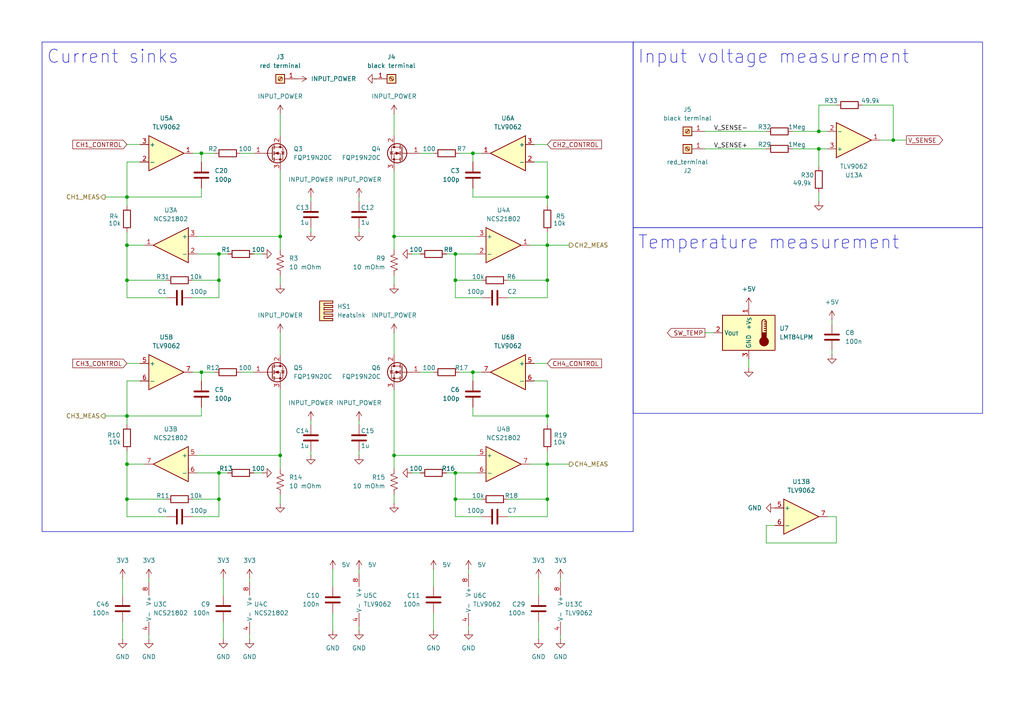
<source format=kicad_sch>
(kicad_sch (version 20250114) (generator "eeschema") (generator_version "9.0")
  (paper "A4")
  (lib_symbols
    (symbol "Amplifier_Operational:TLV9062" (pin_names (offset 0.127))
      (property "Reference" "U" (at 0 5.08 0))
      (property "Value" "TLV9062" (at 0 -5.08 0))
      (symbol "TLV9062_1_1"
        (pin input line (at -7.62 2.54 0) (length 2.54) (name "+") (number "3"))
        (pin input line (at -7.62 -2.54 0) (length 2.54) (name "-") (number "2"))
        (pin output line (at 7.62 0 180) (length 2.54) (name "~") (number "1"))
      )
      (symbol "TLV9062_2_1"
        (pin input line (at -7.62 2.54 0) (length 2.54) (name "+") (number "5"))
        (pin input line (at -7.62 -2.54 0) (length 2.54) (name "-") (number "6"))
        (pin output line (at 7.62 0 180) (length 2.54) (name "~") (number "7"))
      )
      (symbol "TLV9062_3_1"
        (pin power_in line (at -2.54 7.62 270) (length 3.81) (name "V+") (number "8"))
        (pin power_in line (at -2.54 -7.62 90) (length 3.81) (name "V-") (number "4"))
      )
    )
    (symbol "Connector:Screw_Terminal_01x01" (pin_names (offset 1.016) (hide yes))
      (property "Reference" "J" (at 0 2.54 0))
      (property "Value" "Screw_Terminal_01x01" (at 0 -2.54 0))
      (symbol "Screw_Terminal_01x01_1_1"
        (pin passive line (at -5.08 0 0) (length 3.81) (name "Pin_1") (number "1"))
      )
    )
    (symbol "Device:C" (pin_numbers (hide yes)) (pin_names (offset 0.254))
      (property "Reference" "C" (at 0.635 2.54 0))
      (property "Value" "C" (at 0.635 -2.54 0))
      (symbol "C_1_1"
        (pin passive line (at 0 3.81 270) (length 2.794) (name "~") (number "1"))
        (pin passive line (at 0 -3.81 90) (length 2.794) (name "~") (number "2"))
      )
    )
    (symbol "Device:R" (pin_numbers (hide yes)) (pin_names (offset 0))
      (property "Reference" "R" (at 2.032 0 90))
      (property "Value" "R" (at 0 0 90))
      (symbol "R_1_1"
        (pin passive line (at 0 3.81 270) (length 1.27) (name "~") (number "1"))
        (pin passive line (at 0 -3.81 90) (length 1.27) (name "~") (number "2"))
      )
    )
    (symbol "Device:R_US" (pin_numbers (hide yes)) (pin_names (offset 0))
      (property "Reference" "R" (at 2.54 0 90))
      (property "Value" "R_US" (at -2.54 0 90))
      (symbol "R_US_1_1"
        (pin passive line (at 0 3.81 270) (length 1.27) (name "~") (number "1"))
        (pin passive line (at 0 -3.81 90) (length 1.27) (name "~") (number "2"))
      )
    )
    (symbol "Mechanical:Heatsink" (pin_names (offset 1.016))
      (property "Reference" "HS" (at 0 5.08 0))
      (property "Value" "Heatsink" (at 0 -1.27 0))
    )
    (symbol "Sensor_Temperature:LM35-LP"
      (property "Reference" "U" (at -6.35 6.35 0))
      (property "Value" "LM35-LP" (at 1.27 6.35 0))
      (symbol "LM35-LP_1_1"
        (pin power_in line (at 0 7.62 270) (length 2.54) (name "+V_{S}") (number "1"))
        (pin power_in line (at 0 -7.62 90) (length 2.54) (name "GND") (number "3"))
        (pin output line (at 10.16 0 180) (length 2.54) (name "V_{OUT}") (number "2"))
      )
    )
    (symbol "Transistor_FET:IRF3205" (pin_names (hide yes))
      (property "Reference" "Q" (at 5.08 1.905 0))
      (property "Value" "IRF3205" (at 5.08 0 0))
      (symbol "IRF3205_1_1"
        (pin input line (at -5.08 0 0) (length 2.54) (name "G") (number "1"))
        (pin passive line (at 2.54 5.08 270) (length 2.54) (name "D") (number "2"))
        (pin passive line (at 2.54 -5.08 90) (length 2.54) (name "S") (number "3"))
      )
    )
    (symbol "power:+5V" (power) (pin_numbers (hide yes)) (pin_names (offset 0) (hide yes))
      (property "Value" "+5V" (at 0 3.556 0))
      (symbol "+5V_1_1"
        (pin power_in line (at 0 0 90) (length 0) (name "~") (number "1"))
      )
    )
    (symbol "power:GND" (power) (pin_numbers (hide yes)) (pin_names (offset 0) (hide yes))
      (property "Value" "GND" (at 0 -3.81 0))
      (symbol "GND_1_1"
        (pin power_in line (at 0 0 270) (length 0) (name "~") (number "1"))
      )
    )
    (symbol "power:VCC" (power) (pin_numbers (hide yes)) (pin_names (offset 0) (hide yes))
      (property "Value" "VCC" (at 0 3.556 0))
      (symbol "VCC_1_1"
        (pin power_in line (at 0 0 90) (length 0) (name "~") (number "1"))
      )
    )
  )
  (rectangle (start 183.642 12.192) (end 284.988 66.04))
  (rectangle (start 12.192 12.192) (end 183.642 154.178))
  (rectangle (start 183.642 66.04) (end 284.988 119.888))
  (text "Input voltage measurement" (at 184.912 18.796 0) (effects (font (size 3.81 3.81)) (justify left bottom)))
  (text "Current sinks" (at 13.462 18.796 0) (effects (font (size 3.81 3.81)) (justify left bottom)))
  (text "Temperature measurement" (at 184.912 72.644 0) (effects (font (size 3.81 3.81)) (justify left bottom)))
  (junction (at 63.5 81.28))
  (junction (at 36.83 71.12))
  (junction (at 63.5 144.78))
  (junction (at 36.83 120.65))
  (junction (at 137.16 107.95))
  (junction (at 114.3 68.58))
  (junction (at 158.75 144.78))
  (junction (at 63.5 73.66))
  (junction (at 158.75 81.28))
  (junction (at 158.75 71.12))
  (junction (at 36.83 144.78))
  (junction (at 114.3 132.08))
  (junction (at 137.16 44.45))
  (junction (at 81.28 68.58))
  (junction (at 158.75 120.65))
  (junction (at 237.49 43.18))
  (junction (at 259.08 40.64))
  (junction (at 132.08 144.78))
  (junction (at 36.83 57.15))
  (junction (at 158.75 134.62))
  (junction (at 58.42 107.95))
  (junction (at 237.49 38.1))
  (junction (at 132.08 81.28))
  (junction (at 132.08 137.16))
  (junction (at 36.83 134.62))
  (junction (at 63.5 137.16))
  (junction (at 81.28 132.08))
  (junction (at 36.83 81.28))
  (junction (at 158.75 57.15))
  (junction (at 132.08 73.66))
  (junction (at 58.42 44.45))
  (wire (pts (xy 259.08 30.48) (xy 259.08 40.64)))
  (wire (pts (xy 35.56 180.34) (xy 35.56 185.42)))
  (wire (pts (xy 139.7 44.45) (xy 137.16 44.45)))
  (wire (pts (xy 36.83 57.15) (xy 30.48 57.15)))
  (wire (pts (xy 114.3 146.05) (xy 114.3 143.51)))
  (wire (pts (xy 69.85 44.45) (xy 73.66 44.45)))
  (wire (pts (xy 36.83 130.81) (xy 36.83 134.62)))
  (wire (pts (xy 48.26 149.86) (xy 36.83 149.86)))
  (wire (pts (xy 36.83 110.49) (xy 36.83 120.65)))
  (wire (pts (xy 242.57 149.86) (xy 240.03 149.86)))
  (wire (pts (xy 147.32 81.28) (xy 158.75 81.28)))
  (wire (pts (xy 96.52 177.8) (xy 96.52 182.88)))
  (wire (pts (xy 229.87 43.18) (xy 237.49 43.18)))
  (wire (pts (xy 58.42 44.45) (xy 62.23 44.45)))
  (wire (pts (xy 81.28 33.02) (xy 81.28 39.37)))
  (wire (pts (xy 132.08 81.28) (xy 132.08 73.66)))
  (wire (pts (xy 57.15 68.58) (xy 81.28 68.58)))
  (wire (pts (xy 147.32 86.36) (xy 158.75 86.36)))
  (wire (pts (xy 114.3 96.52) (xy 114.3 102.87)))
  (wire (pts (xy 139.7 86.36) (xy 132.08 86.36)))
  (wire (pts (xy 43.18 167.64) (xy 43.18 168.91)))
  (wire (pts (xy 119.38 137.16) (xy 121.92 137.16)))
  (wire (pts (xy 229.87 38.1) (xy 237.49 38.1)))
  (wire (pts (xy 138.43 132.08) (xy 114.3 132.08)))
  (wire (pts (xy 156.21 180.34) (xy 156.21 185.42)))
  (wire (pts (xy 204.47 43.18) (xy 222.25 43.18)))
  (wire (pts (xy 132.08 149.86) (xy 132.08 144.78)))
  (wire (pts (xy 90.17 121.92) (xy 90.17 123.19)))
  (wire (pts (xy 72.39 184.15) (xy 72.39 185.42)))
  (wire (pts (xy 158.75 86.36) (xy 158.75 81.28)))
  (wire (pts (xy 114.3 72.39) (xy 114.3 68.58)))
  (wire (pts (xy 158.75 41.91) (xy 154.94 41.91)))
  (wire (pts (xy 36.83 110.49) (xy 40.64 110.49)))
  (wire (pts (xy 259.08 40.64) (xy 255.27 40.64)))
  (wire (pts (xy 55.88 144.78) (xy 63.5 144.78)))
  (wire (pts (xy 241.3 101.6) (xy 241.3 102.87)))
  (wire (pts (xy 76.2 73.66) (xy 73.66 73.66)))
  (wire (pts (xy 58.42 54.61) (xy 58.42 57.15)))
  (wire (pts (xy 104.14 57.15) (xy 104.14 58.42)))
  (wire (pts (xy 237.49 48.26) (xy 237.49 43.18)))
  (wire (pts (xy 162.56 167.64) (xy 162.56 168.91)))
  (wire (pts (xy 63.5 137.16) (xy 66.04 137.16)))
  (wire (pts (xy 119.38 73.66) (xy 121.92 73.66)))
  (wire (pts (xy 158.75 134.62) (xy 153.67 134.62)))
  (wire (pts (xy 237.49 58.42) (xy 237.49 55.88)))
  (wire (pts (xy 137.16 107.95) (xy 137.16 110.49)))
  (wire (pts (xy 81.28 135.89) (xy 81.28 132.08)))
  (wire (pts (xy 139.7 107.95) (xy 137.16 107.95)))
  (wire (pts (xy 90.17 66.04) (xy 90.17 67.31)))
  (wire (pts (xy 57.15 137.16) (xy 63.5 137.16)))
  (wire (pts (xy 204.47 96.52) (xy 207.01 96.52)))
  (wire (pts (xy 132.08 86.36) (xy 132.08 81.28)))
  (wire (pts (xy 135.89 181.61) (xy 135.89 182.88)))
  (wire (pts (xy 36.83 120.65) (xy 30.48 120.65)))
  (wire (pts (xy 158.75 46.99) (xy 154.94 46.99)))
  (wire (pts (xy 158.75 144.78) (xy 158.75 134.62)))
  (wire (pts (xy 125.73 44.45) (xy 121.92 44.45)))
  (wire (pts (xy 35.56 167.64) (xy 35.56 172.72)))
  (wire (pts (xy 137.16 54.61) (xy 137.16 57.15)))
  (wire (pts (xy 132.08 73.66) (xy 129.54 73.66)))
  (wire (pts (xy 237.49 38.1) (xy 240.03 38.1)))
  (wire (pts (xy 81.28 113.03) (xy 81.28 132.08)))
  (wire (pts (xy 76.2 137.16) (xy 73.66 137.16)))
  (wire (pts (xy 81.28 146.05) (xy 81.28 143.51)))
  (wire (pts (xy 104.14 165.1) (xy 104.14 166.37)))
  (wire (pts (xy 137.16 44.45) (xy 133.35 44.45)))
  (wire (pts (xy 158.75 130.81) (xy 158.75 134.62)))
  (wire (pts (xy 139.7 149.86) (xy 132.08 149.86)))
  (wire (pts (xy 36.83 71.12) (xy 41.91 71.12)))
  (wire (pts (xy 104.14 181.61) (xy 104.14 182.88)))
  (wire (pts (xy 58.42 120.65) (xy 36.83 120.65)))
  (wire (pts (xy 114.3 113.03) (xy 114.3 132.08)))
  (wire (pts (xy 125.73 107.95) (xy 121.92 107.95)))
  (wire (pts (xy 36.83 105.41) (xy 40.64 105.41)))
  (wire (pts (xy 137.16 107.95) (xy 133.35 107.95)))
  (wire (pts (xy 158.75 110.49) (xy 154.94 110.49)))
  (wire (pts (xy 114.3 49.53) (xy 114.3 68.58)))
  (wire (pts (xy 63.5 73.66) (xy 66.04 73.66)))
  (wire (pts (xy 43.18 184.15) (xy 43.18 185.42)))
  (wire (pts (xy 222.25 152.4) (xy 224.79 152.4)))
  (wire (pts (xy 125.73 177.8) (xy 125.73 182.88)))
  (wire (pts (xy 58.42 57.15) (xy 36.83 57.15)))
  (wire (pts (xy 109.22 22.86) (xy 108.458 22.86)))
  (wire (pts (xy 158.75 134.62) (xy 165.1 134.62)))
  (wire (pts (xy 242.57 30.48) (xy 237.49 30.48)))
  (wire (pts (xy 237.49 43.18) (xy 240.03 43.18)))
  (wire (pts (xy 162.56 184.15) (xy 162.56 185.42)))
  (wire (pts (xy 36.83 57.15) (xy 36.83 59.69)))
  (wire (pts (xy 139.7 144.78) (xy 132.08 144.78)))
  (wire (pts (xy 81.28 49.53) (xy 81.28 68.58)))
  (wire (pts (xy 63.5 149.86) (xy 63.5 144.78)))
  (wire (pts (xy 125.73 165.1) (xy 125.73 170.18)))
  (wire (pts (xy 36.83 144.78) (xy 36.83 134.62)))
  (wire (pts (xy 138.43 137.16) (xy 132.08 137.16)))
  (wire (pts (xy 222.25 152.4) (xy 222.25 157.48)))
  (wire (pts (xy 48.26 86.36) (xy 36.83 86.36)))
  (wire (pts (xy 57.15 73.66) (xy 63.5 73.66)))
  (wire (pts (xy 204.47 38.1) (xy 222.25 38.1)))
  (wire (pts (xy 137.16 118.11) (xy 137.16 120.65)))
  (wire (pts (xy 58.42 107.95) (xy 58.42 110.49)))
  (wire (pts (xy 237.49 30.48) (xy 237.49 38.1)))
  (wire (pts (xy 72.39 167.64) (xy 72.39 168.91)))
  (wire (pts (xy 104.14 130.81) (xy 104.14 132.08)))
  (wire (pts (xy 36.83 134.62) (xy 41.91 134.62)))
  (wire (pts (xy 63.5 81.28) (xy 63.5 73.66)))
  (wire (pts (xy 114.3 135.89) (xy 114.3 132.08)))
  (wire (pts (xy 222.25 157.48) (xy 242.57 157.48)))
  (wire (pts (xy 36.83 86.36) (xy 36.83 81.28)))
  (wire (pts (xy 64.77 180.34) (xy 64.77 185.42)))
  (wire (pts (xy 147.32 149.86) (xy 158.75 149.86)))
  (wire (pts (xy 58.42 107.95) (xy 62.23 107.95)))
  (wire (pts (xy 96.52 165.1) (xy 96.52 170.18)))
  (wire (pts (xy 36.83 81.28) (xy 36.83 71.12)))
  (wire (pts (xy 132.08 144.78) (xy 132.08 137.16)))
  (wire (pts (xy 55.88 149.86) (xy 63.5 149.86)))
  (wire (pts (xy 158.75 57.15) (xy 158.75 59.69)))
  (wire (pts (xy 242.57 157.48) (xy 242.57 149.86)))
  (wire (pts (xy 114.3 82.55) (xy 114.3 80.01)))
  (wire (pts (xy 55.88 107.95) (xy 58.42 107.95)))
  (wire (pts (xy 36.83 46.99) (xy 40.64 46.99)))
  (wire (pts (xy 90.17 130.81) (xy 90.17 132.08)))
  (wire (pts (xy 138.43 73.66) (xy 132.08 73.66)))
  (wire (pts (xy 48.26 144.78) (xy 36.83 144.78)))
  (wire (pts (xy 81.28 72.39) (xy 81.28 68.58)))
  (wire (pts (xy 36.83 120.65) (xy 36.83 123.19)))
  (wire (pts (xy 158.75 81.28) (xy 158.75 71.12)))
  (wire (pts (xy 138.43 68.58) (xy 114.3 68.58)))
  (wire (pts (xy 55.88 81.28) (xy 63.5 81.28)))
  (wire (pts (xy 147.32 144.78) (xy 158.75 144.78)))
  (wire (pts (xy 158.75 149.86) (xy 158.75 144.78)))
  (wire (pts (xy 156.21 167.64) (xy 156.21 172.72)))
  (wire (pts (xy 158.75 120.65) (xy 158.75 123.19)))
  (wire (pts (xy 158.75 110.49) (xy 158.75 120.65)))
  (wire (pts (xy 137.16 44.45) (xy 137.16 46.99)))
  (wire (pts (xy 217.17 106.68) (xy 217.17 104.14)))
  (wire (pts (xy 36.83 149.86) (xy 36.83 144.78)))
  (wire (pts (xy 58.42 44.45) (xy 58.42 46.99)))
  (wire (pts (xy 36.83 41.91) (xy 40.64 41.91)))
  (wire (pts (xy 36.83 46.99) (xy 36.83 57.15)))
  (wire (pts (xy 250.19 30.48) (xy 259.08 30.48)))
  (wire (pts (xy 137.16 57.15) (xy 158.75 57.15)))
  (wire (pts (xy 135.89 165.1) (xy 135.89 166.37)))
  (wire (pts (xy 158.75 46.99) (xy 158.75 57.15)))
  (wire (pts (xy 63.5 86.36) (xy 63.5 81.28)))
  (wire (pts (xy 241.3 92.71) (xy 241.3 93.98)))
  (wire (pts (xy 81.28 82.55) (xy 81.28 80.01)))
  (wire (pts (xy 104.14 121.92) (xy 104.14 123.19)))
  (wire (pts (xy 114.3 33.02) (xy 114.3 39.37)))
  (wire (pts (xy 58.42 118.11) (xy 58.42 120.65)))
  (wire (pts (xy 55.88 86.36) (xy 63.5 86.36)))
  (wire (pts (xy 36.83 67.31) (xy 36.83 71.12)))
  (wire (pts (xy 104.14 66.04) (xy 104.14 67.31)))
  (wire (pts (xy 55.88 44.45) (xy 58.42 44.45)))
  (wire (pts (xy 69.85 107.95) (xy 73.66 107.95)))
  (wire (pts (xy 158.75 71.12) (xy 165.1 71.12)))
  (wire (pts (xy 137.16 120.65) (xy 158.75 120.65)))
  (wire (pts (xy 57.15 132.08) (xy 81.28 132.08)))
  (wire (pts (xy 64.77 167.64) (xy 64.77 172.72)))
  (wire (pts (xy 132.08 137.16) (xy 129.54 137.16)))
  (wire (pts (xy 81.28 96.52) (xy 81.28 102.87)))
  (wire (pts (xy 158.75 71.12) (xy 153.67 71.12)))
  (wire (pts (xy 158.75 67.31) (xy 158.75 71.12)))
  (wire (pts (xy 139.7 81.28) (xy 132.08 81.28)))
  (wire (pts (xy 262.89 40.64) (xy 259.08 40.64)))
  (wire (pts (xy 158.75 105.41) (xy 154.94 105.41)))
  (wire (pts (xy 48.26 81.28) (xy 36.83 81.28)))
  (wire (pts (xy 63.5 144.78) (xy 63.5 137.16)))
  (wire (pts (xy 90.17 57.15) (xy 90.17 58.42)))
  (label "V_SENSE+" (at 207.01 43.18 0))
  (label "V_SENSE-" (at 207.01 38.1 0))
  (global_label "CH1_CONTROL" (shape input) (at 36.83 41.91 180) (property "Intersheetrefs" "${INTERSHEET_REFS}" (effects (hide yes))))
  (global_label "CH3_CONTROL" (shape input) (at 36.83 105.41 180) (property "Intersheetrefs" "${INTERSHEET_REFS}" (effects (hide yes))))
  (global_label "SW_TEMP" (shape output) (at 204.47 96.52 180) (property "Intersheetrefs" "${INTERSHEET_REFS}" (effects (hide yes))))
  (global_label "CH2_CONTROL" (shape input) (at 158.75 41.91 0) (property "Intersheetrefs" "${INTERSHEET_REFS}" (effects (hide yes))))
  (global_label "CH4_CONTROL" (shape input) (at 158.75 105.41 0) (property "Intersheetrefs" "${INTERSHEET_REFS}" (effects (hide yes))))
  (global_label "V_SENSE" (shape output) (at 262.89 40.64 0) (property "Intersheetrefs" "${INTERSHEET_REFS}" (effects (hide yes))))
  (hierarchical_label "CH1_MEAS" (shape output) (at 30.48 57.15 180))
  (hierarchical_label "CH4_MEAS" (shape output) (at 165.1 134.62 0))
  (hierarchical_label "CH2_MEAS" (shape output) (at 165.1 71.12 0))
  (hierarchical_label "CH3_MEAS" (shape output) (at 30.48 120.65 180))
  (symbol (lib_id "Device:R") (at 69.85 137.16 270) (mirror x) (unit 1)
    (property "Reference" "R13" (at 65.532 135.89 90))
    (property "Value" "100" (at 74.93 135.89 90))
    (property "Footprint" "Resistor_SMD:R_0603_1608Metric_Pad0.98x0.95mm_HandSolder" (effects (hide yes)))
    (property "LCSC" "C22775" (effects (hide yes)))
  )
  (symbol (lib_id "power:GND") (at 90.17 67.31 0) (unit 1)
    (property "Reference" "#PWR043" (effects (hide yes)))
    (property "Value" "GND" (effects (hide yes)))
    (property "Description" "Power symbol creates a global label with name \"GND\" , ground" (effects (hide yes)))
  )
  (symbol (lib_id "power:GND") (at 64.77 185.42 0) (unit 1)
    (property "Reference" "#PWR030" (effects (hide yes)))
    (property "Value" "GND" (at 64.77 190.5 0))
    (property "Description" "Power symbol creates a global label with name \"GND\" , ground" (effects (hide yes)))
  )
  (symbol (lib_id "Device:R") (at 226.06 43.18 270) (mirror x) (unit 1)
    (property "Reference" "R29" (at 221.742 41.91 90))
    (property "Value" "1Meg" (at 231.14 41.91 90))
    (property "Footprint" "Resistor_SMD:R_0603_1608Metric_Pad0.98x0.95mm_HandSolder" (effects (hide yes)))
    (property "LCSC" "C22935" (effects (hide yes)))
  )
  (symbol (lib_id "Device:R_US") (at 114.3 139.7 0) (mirror y) (unit 1)
    (property "Reference" "R15" (at 111.76 138.4299 0) (effects (justify left)))
    (property "Value" "10 mOhm" (at 111.76 140.9699 0) (effects (justify left)))
    (property "Footprint" "Resistor_SMD:R_2512_6332Metric_Pad1.40x3.35mm_HandSolder" (effects (hide yes)))
    (property "Description" "Resistor, US symbol" (effects (hide yes)))
  )
  (symbol (lib_id "power:VCC") (at 104.14 165.1 0) (mirror y) (unit 1)
    (property "Reference" "#PWR035" (effects (hide yes)))
    (property "Value" "5V" (at 106.68 163.8299 0) (effects (justify right)))
    (property "Description" "Power symbol creates a global label with name \"VCC\"" (effects (hide yes)))
  )
  (symbol (lib_id "Connector:Screw_Terminal_01x01") (at 81.28 22.86 0) (mirror y) (unit 1)
    (property "Reference" "J3" (at 81.28 16.51 0))
    (property "Value" "red terminal" (at 81.28 19.05 0))
    (property "Footprint" "DC_load:4mm_terminal_red" (effects (hide yes)))
    (property "Description" "Generic screw terminal, single row, 01x01, script generated (kicad-library-utils/schlib/autogen/connector/)" (effects (hide yes)))
  )
  (symbol (lib_id "Amplifier_Operational:TLV9062") (at 106.68 173.99 0) (unit 3)
    (property "Reference" "U5" (at 105.41 172.7199 0) (effects (justify left)))
    (property "Value" "TLV9062" (at 105.41 175.2599 0) (effects (justify left)))
    (property "Footprint" "Package_SO:SOIC-8_3.9x4.9mm_P1.27mm" (effects (hide yes)))
    (property "Datasheet" "https://www.ti.com/lit/ds/symlink/tlv9062.pdf" (effects (hide yes)))
    (property "Description" "Dual Operational Amplifiers, SOIC-8/TSSOP-8/VSSOP-8" (effects (hide yes)))
  )
  (symbol (lib_id "power:GND") (at 81.28 82.55 0) (unit 1)
    (property "Reference" "#PWR02" (effects (hide yes)))
    (property "Value" "GND" (effects (hide yes)))
    (property "Description" "Power symbol creates a global label with name \"GND\" , ground" (effects (hide yes)))
  )
  (symbol (lib_id "Device:C") (at 35.56 176.53 0) (mirror x) (unit 1)
    (property "Reference" "C46" (at 31.75 175.2599 0) (effects (justify right)))
    (property "Value" "100n" (at 31.75 177.7999 0) (effects (justify right)))
    (property "Footprint" "Capacitor_SMD:C_0603_1608Metric_Pad1.08x0.95mm_HandSolder" (effects (hide yes)))
    (property "LCSC" "C14663" (effects (hide yes)))
  )
  (symbol (lib_id "Device:C") (at 104.14 62.23 0) (unit 1)
    (property "Reference" "C12" (at 104.648 60.198 0) (effects (justify left)))
    (property "Value" "1u" (at 104.648 64.516 0) (effects (justify left)))
    (property "Footprint" "Capacitor_SMD:C_2220_5750Metric_Pad1.97x5.40mm_HandSolder" (effects (hide yes)))
    (property "Description" "Unpolarized capacitor" (effects (hide yes)))
  )
  (symbol (lib_id "power:GND") (at 35.56 185.42 0) (unit 1)
    (property "Reference" "#PWR05" (effects (hide yes)))
    (property "Value" "GND" (at 35.56 190.5 0))
    (property "Description" "Power symbol creates a global label with name \"GND\" , ground" (effects (hide yes)))
  )
  (symbol (lib_id "Device:R") (at 125.73 137.16 90) (unit 1)
    (property "Reference" "R16" (at 130.048 135.89 90))
    (property "Value" "100" (at 120.65 135.89 90))
    (property "Footprint" "Resistor_SMD:R_0603_1608Metric_Pad0.98x0.95mm_HandSolder" (effects (hide yes)))
    (property "LCSC" "C22775" (effects (hide yes)))
  )
  (symbol (lib_id "power:GND") (at 217.17 106.68 0) (mirror y) (unit 1)
    (property "Reference" "#PWR018" (effects (hide yes)))
    (property "Value" "GND" (effects (hide yes)))
    (property "Description" "Power symbol creates a global label with name \"GND\" , ground" (effects (hide yes)))
  )
  (symbol (lib_id "Device:R") (at 158.75 63.5 0) (mirror x) (unit 1)
    (property "Reference" "R5" (at 162.56 62.738 0))
    (property "Value" "10k" (at 162.306 64.77 0))
    (property "Footprint" "Resistor_SMD:R_0603_1608Metric_Pad0.98x0.95mm_HandSolder" (effects (hide yes)))
    (property "LCSC" "C25804" (effects (hide yes)))
  )
  (symbol (lib_id "Device:C") (at 90.17 127 0) (mirror y) (unit 1)
    (property "Reference" "C14" (at 89.662 124.968 0) (effects (justify left)))
    (property "Value" "1u" (at 89.662 129.286 0) (effects (justify left)))
    (property "Footprint" "Capacitor_SMD:C_2220_5750Metric_Pad1.97x5.40mm_HandSolder" (effects (hide yes)))
    (property "Description" "Unpolarized capacitor" (effects (hide yes)))
  )
  (symbol (lib_id "Device:C") (at 64.77 176.53 0) (mirror x) (unit 1)
    (property "Reference" "C9" (at 60.96 175.2599 0) (effects (justify right)))
    (property "Value" "100n" (at 60.96 177.7999 0) (effects (justify right)))
    (property "Footprint" "Capacitor_SMD:C_0603_1608Metric_Pad1.08x0.95mm_HandSolder" (effects (hide yes)))
    (property "LCSC" "C14663" (effects (hide yes)))
  )
  (symbol (lib_id "Device:R") (at 143.51 81.28 90) (mirror x) (unit 1)
    (property "Reference" "R6" (at 148.336 80.264 90))
    (property "Value" "10k" (at 138.684 80.264 90))
    (property "Footprint" "Resistor_SMD:R_0603_1608Metric_Pad0.98x0.95mm_HandSolder" (effects (hide yes)))
    (property "LCSC" "C25804" (effects (hide yes)))
  )
  (symbol (lib_id "Connector:Screw_Terminal_01x01") (at 113.538 22.86 0) (unit 1)
    (property "Reference" "J4" (at 113.538 16.51 0))
    (property "Value" "black terminal" (at 113.538 19.05 0))
    (property "Footprint" "DC_load:4mm_terminal_black" (effects (hide yes)))
    (property "Description" "Generic screw terminal, single row, 01x01, script generated (kicad-library-utils/schlib/autogen/connector/)" (effects (hide yes)))
  )
  (symbol (lib_id "power:VCC") (at 162.56 167.64 0) (mirror y) (unit 1)
    (property "Reference" "#PWR076" (effects (hide yes)))
    (property "Value" "3V3" (at 162.56 162.56 0))
    (property "Description" "Power symbol creates a global label with name \"VCC\"" (effects (hide yes)))
  )
  (symbol (lib_id "power:GND") (at 156.21 185.42 0) (unit 1)
    (property "Reference" "#PWR075" (effects (hide yes)))
    (property "Value" "GND" (at 156.21 190.5 0))
    (property "Description" "Power symbol creates a global label with name \"GND\" , ground" (effects (hide yes)))
  )
  (symbol (lib_id "Transistor_FET:IRF3205") (at 78.74 44.45 0) (unit 1)
    (property "Reference" "Q3" (at 85.09 43.1799 0) (effects (justify left)))
    (property "Value" "FQP19N20C" (at 85.09 45.7199 0) (effects (justify left)))
    (property "Footprint" "Package_TO_SOT_THT:TO-220-3_Horizontal_TabUp" (effects (hide yes)))
    (property "Datasheet" "https://www.onsemi.com/download/data-sheet/pdf/fqpf19n20c-d.pdf" (effects (hide yes)))
  )
  (symbol (lib_id "power:GND") (at 237.49 58.42 0) (mirror y) (unit 1)
    (property "Reference" "#PWR083" (effects (hide yes)))
    (property "Value" "GND" (effects (hide yes)))
    (property "Description" "Power symbol creates a global label with name \"GND\" , ground" (effects (hide yes)))
  )
  (symbol (lib_id "power:VCC") (at 86.36 22.86 270) (unit 1)
    (property "Reference" "#PWR021" (effects (hide yes)))
    (property "Value" "INPUT_POWER" (at 90.17 22.8599 90) (effects (justify left)))
    (property "Description" "Power symbol creates a global label with name \"VCC\"" (effects (hide yes)))
  )
  (symbol (lib_id "power:VCC") (at 96.52 165.1 0) (mirror y) (unit 1)
    (property "Reference" "#PWR033" (effects (hide yes)))
    (property "Value" "5V" (at 99.06 163.8299 0) (effects (justify right)))
    (property "Description" "Power symbol creates a global label with name \"VCC\"" (effects (hide yes)))
  )
  (symbol (lib_id "Device:R") (at 226.06 38.1 270) (mirror x) (unit 1)
    (property "Reference" "R32" (at 221.742 36.83 90))
    (property "Value" "1Meg" (at 231.14 36.83 90))
    (property "Footprint" "Resistor_SMD:R_0603_1608Metric_Pad0.98x0.95mm_HandSolder" (effects (hide yes)))
    (property "LCSC" "C22935" (effects (hide yes)))
  )
  (symbol (lib_id "power:+5V") (at 217.17 88.9 0) (unit 1)
    (property "Reference" "#PWR017" (effects (hide yes)))
    (property "Value" "+5V" (at 217.17 83.82 0))
    (property "Description" "Power symbol creates a global label with name \"+5V\"" (effects (hide yes)))
  )
  (symbol (lib_id "power:VCC") (at 135.89 165.1 0) (mirror y) (unit 1)
    (property "Reference" "#PWR039" (effects (hide yes)))
    (property "Value" "5V" (at 138.43 163.8299 0) (effects (justify right)))
    (property "Description" "Power symbol creates a global label with name \"VCC\"" (effects (hide yes)))
  )
  (symbol (lib_id "power:GND") (at 76.2 73.66 90) (unit 1)
    (property "Reference" "#PWR03" (effects (hide yes)))
    (property "Value" "GND" (effects (hide yes)))
    (property "Description" "Power symbol creates a global label with name \"GND\" , ground" (effects (hide yes)))
  )
  (symbol (lib_id "Amplifier_Operational:TLV9062") (at 165.1 176.53 0) (unit 3)
    (property "Reference" "U13" (at 163.83 175.2599 0) (effects (justify left)))
    (property "Value" "TLV9062" (at 163.83 177.7999 0) (effects (justify left)))
    (property "Footprint" "Package_SO:SOIC-8_3.9x4.9mm_P1.27mm" (effects (hide yes)))
    (property "Datasheet" "https://www.ti.com/lit/ds/symlink/tlv9062.pdf" (effects (hide yes)))
    (property "Description" "Dual Operational Amplifiers, SOIC-8/TSSOP-8/VSSOP-8" (effects (hide yes)))
  )
  (symbol (lib_id "Device:R") (at 125.73 73.66 90) (unit 1)
    (property "Reference" "R8" (at 130.048 72.39 90))
    (property "Value" "100" (at 120.65 72.39 90))
    (property "Footprint" "Resistor_SMD:R_0603_1608Metric_Pad0.98x0.95mm_HandSolder" (effects (hide yes)))
    (property "LCSC" "C22775" (effects (hide yes)))
  )
  (symbol (lib_id "power:GND") (at 81.28 146.05 0) (unit 1)
    (property "Reference" "#PWR013" (effects (hide yes)))
    (property "Value" "GND" (effects (hide yes)))
    (property "Description" "Power symbol creates a global label with name \"GND\" , ground" (effects (hide yes)))
  )
  (symbol (lib_id "Amplifier_Operational:TLV9062") (at 49.53 71.12 0) (mirror y) (unit 1)
    (property "Reference" "U3" (at 49.53 60.96 0))
    (property "Value" "NCS21802" (at 49.53 63.5 0))
    (property "Footprint" "Package_SO:OnSemi_Micro8" (effects (hide yes)))
    (property "Datasheet" "https://eu.mouser.com/datasheet/2/308/1/NCS21801_D-2317591.pdf" (effects (hide yes)))
    (property "Description" "Dual Operational Amplifiers, SOIC-8/TSSOP-8/VSSOP-8" (effects (hide yes)))
  )
  (symbol (lib_id "power:VCC") (at 156.21 167.64 0) (mirror y) (unit 1)
    (property "Reference" "#PWR074" (effects (hide yes)))
    (property "Value" "3V3" (at 156.21 162.56 0))
    (property "Description" "Power symbol creates a global label with name \"VCC\"" (effects (hide yes)))
  )
  (symbol (lib_id "power:GND") (at 72.39 185.42 0) (unit 1)
    (property "Reference" "#PWR032" (effects (hide yes)))
    (property "Value" "GND" (at 72.39 190.5 0))
    (property "Description" "Power symbol creates a global label with name \"GND\" , ground" (effects (hide yes)))
  )
  (symbol (lib_id "Device:R") (at 237.49 52.07 0) (mirror y) (unit 1)
    (property "Reference" "R30" (at 234.188 50.8 0))
    (property "Value" "49.9k" (at 232.664 53.086 0))
    (property "Footprint" "Resistor_SMD:R_0603_1608Metric_Pad0.98x0.95mm_HandSolder" (effects (hide yes)))
    (property "LCSC" "C23184" (effects (hide yes)))
  )
  (symbol (lib_id "power:VCC") (at 64.77 167.64 0) (mirror y) (unit 1)
    (property "Reference" "#PWR029" (effects (hide yes)))
    (property "Value" "3V3" (at 64.77 162.56 0))
    (property "Description" "Power symbol creates a global label with name \"VCC\"" (effects (hide yes)))
  )
  (symbol (lib_id "power:VCC") (at 81.28 96.52 0) (mirror y) (unit 1)
    (property "Reference" "#PWR012" (effects (hide yes)))
    (property "Value" "INPUT_POWER" (at 81.28 91.44 0))
    (property "Description" "Power symbol creates a global label with name \"VCC\"" (effects (hide yes)))
  )
  (symbol (lib_id "Device:R") (at 66.04 44.45 270) (mirror x) (unit 1)
    (property "Reference" "R2" (at 61.722 43.18 90))
    (property "Value" "100" (at 71.12 43.18 90))
    (property "Footprint" "Resistor_SMD:R_0603_1608Metric_Pad0.98x0.95mm_HandSolder" (effects (hide yes)))
    (property "LCSC" "C22775" (effects (hide yes)))
  )
  (symbol (lib_id "Device:R") (at 129.54 44.45 90) (unit 1)
    (property "Reference" "R7" (at 133.858 43.18 90))
    (property "Value" "100" (at 124.46 43.18 90))
    (property "Footprint" "Resistor_SMD:R_0603_1608Metric_Pad0.98x0.95mm_HandSolder" (effects (hide yes)))
    (property "LCSC" "C22775" (effects (hide yes)))
  )
  (symbol (lib_id "Device:R_US") (at 114.3 76.2 0) (mirror y) (unit 1)
    (property "Reference" "R9" (at 111.76 74.9299 0) (effects (justify left)))
    (property "Value" "10 mOhm" (at 111.76 77.4699 0) (effects (justify left)))
    (property "Footprint" "Resistor_SMD:R_2512_6332Metric_Pad1.40x3.35mm_HandSolder" (effects (hide yes)))
    (property "Description" "Resistor, US symbol" (effects (hide yes)))
  )
  (symbol (lib_id "Mechanical:Heatsink") (at 92.71 90.17 270) (unit 1)
    (property "Reference" "HS1" (at 97.79 88.8872 90) (effects (justify left)))
    (property "Value" "Heatsink" (at 97.79 91.4272 90) (effects (justify left)))
    (property "Footprint" "DC_load:AMD_heatsink" (effects (hide yes)))
    (property "Description" "Heatsink" (effects (hide yes)))
  )
  (symbol (lib_id "power:GND") (at 162.56 185.42 0) (unit 1)
    (property "Reference" "#PWR077" (effects (hide yes)))
    (property "Value" "GND" (at 162.56 190.5 0))
    (property "Description" "Power symbol creates a global label with name \"GND\" , ground" (effects (hide yes)))
  )
  (symbol (lib_id "power:VCC") (at 125.73 165.1 0) (mirror y) (unit 1)
    (property "Reference" "#PWR037" (effects (hide yes)))
    (property "Value" "5V" (at 128.27 163.8299 0) (effects (justify right)))
    (property "Description" "Power symbol creates a global label with name \"VCC\"" (effects (hide yes)))
  )
  (symbol (lib_id "power:GND") (at 241.3 102.87 0) (mirror y) (unit 1)
    (property "Reference" "#PWR020" (effects (hide yes)))
    (property "Value" "GND" (effects (hide yes)))
    (property "Description" "Power symbol creates a global label with name \"GND\" , ground" (effects (hide yes)))
  )
  (symbol (lib_id "power:VCC") (at 90.17 57.15 0) (mirror y) (unit 1)
    (property "Reference" "#PWR042" (effects (hide yes)))
    (property "Value" "INPUT_POWER" (at 90.17 52.07 0))
    (property "Description" "Power symbol creates a global label with name \"VCC\"" (effects (hide yes)))
  )
  (symbol (lib_id "Device:R") (at 52.07 81.28 270) (unit 1)
    (property "Reference" "R31" (at 47.244 80.264 90))
    (property "Value" "10k" (at 56.896 80.264 90))
    (property "Footprint" "Resistor_SMD:R_0603_1608Metric_Pad0.98x0.95mm_HandSolder" (effects (hide yes)))
    (property "LCSC" "C25804" (effects (hide yes)))
  )
  (symbol (lib_id "Amplifier_Operational:TLV9062") (at 147.32 44.45 0) (mirror y) (unit 1)
    (property "Reference" "U6" (at 147.32 34.29 0))
    (property "Value" "TLV9062" (at 147.32 36.83 0))
    (property "Footprint" "Package_SO:SOIC-8_3.9x4.9mm_P1.27mm" (effects (hide yes)))
    (property "Datasheet" "https://www.ti.com/lit/ds/symlink/tlv9062.pdf" (effects (hide yes)))
    (property "Description" "Dual Operational Amplifiers, SOIC-8/TSSOP-8/VSSOP-8" (effects (hide yes)))
  )
  (symbol (lib_id "Amplifier_Operational:TLV9062") (at 49.53 134.62 0) (mirror y) (unit 2)
    (property "Reference" "U3" (at 49.53 124.46 0))
    (property "Value" "NCS21802" (at 49.53 127 0))
    (property "Footprint" "Package_SO:OnSemi_Micro8" (effects (hide yes)))
    (property "Datasheet" "https://eu.mouser.com/datasheet/2/308/1/NCS21801_D-2317591.pdf" (effects (hide yes)))
    (property "Description" "Dual Operational Amplifiers, SOIC-8/TSSOP-8/VSSOP-8" (effects (hide yes)))
  )
  (symbol (lib_id "Device:C") (at 104.14 127 0) (unit 1)
    (property "Reference" "C15" (at 104.648 124.968 0) (effects (justify left)))
    (property "Value" "1u" (at 104.648 129.286 0) (effects (justify left)))
    (property "Footprint" "Capacitor_SMD:C_2220_5750Metric_Pad1.97x5.40mm_HandSolder" (effects (hide yes)))
    (property "Description" "Unpolarized capacitor" (effects (hide yes)))
  )
  (symbol (lib_id "Device:R") (at 143.51 144.78 90) (mirror x) (unit 1)
    (property "Reference" "R18" (at 148.336 143.764 90))
    (property "Value" "10k" (at 138.684 143.764 90))
    (property "Footprint" "Resistor_SMD:R_0603_1608Metric_Pad0.98x0.95mm_HandSolder" (effects (hide yes)))
    (property "LCSC" "C25804" (effects (hide yes)))
  )
  (symbol (lib_id "Transistor_FET:IRF3205") (at 116.84 44.45 0) (mirror y) (unit 1)
    (property "Reference" "Q4" (at 110.49 43.1799 0) (effects (justify left)))
    (property "Value" "FQP19N20C" (at 110.49 45.7199 0) (effects (justify left)))
    (property "Footprint" "Package_TO_SOT_THT:TO-220-3_Horizontal_TabUp" (effects (hide yes)))
    (property "Datasheet" "https://www.onsemi.com/download/data-sheet/pdf/fqpf19n20c-d.pdf" (effects (hide yes)))
  )
  (symbol (lib_id "power:VCC") (at 104.14 57.15 0) (unit 1)
    (property "Reference" "#PWR041" (effects (hide yes)))
    (property "Value" "INPUT_POWER" (at 104.14 52.07 0))
    (property "Description" "Power symbol creates a global label with name \"VCC\"" (effects (hide yes)))
  )
  (symbol (lib_id "Device:R") (at 69.85 73.66 270) (mirror x) (unit 1)
    (property "Reference" "R1" (at 65.532 72.39 90))
    (property "Value" "100" (at 74.93 72.39 90))
    (property "Footprint" "Resistor_SMD:R_0603_1608Metric_Pad0.98x0.95mm_HandSolder" (effects (hide yes)))
    (property "LCSC" "C22775" (effects (hide yes)))
  )
  (symbol (lib_id "power:VCC") (at 114.3 33.02 0) (unit 1)
    (property "Reference" "#PWR09" (effects (hide yes)))
    (property "Value" "INPUT_POWER" (at 114.3 27.94 0))
    (property "Description" "Power symbol creates a global label with name \"VCC\"" (effects (hide yes)))
  )
  (symbol (lib_id "Amplifier_Operational:TLV9062") (at 45.72 176.53 0) (unit 3)
    (property "Reference" "U3" (at 44.45 175.2599 0) (effects (justify left)))
    (property "Value" "NCS21802" (at 44.45 177.7999 0) (effects (justify left)))
    (property "Footprint" "Package_SO:OnSemi_Micro8" (effects (hide yes)))
    (property "Datasheet" "https://eu.mouser.com/datasheet/2/308/1/NCS21801_D-2317591.pdf" (effects (hide yes)))
    (property "Description" "Dual Operational Amplifiers, SOIC-8/TSSOP-8/VSSOP-8" (effects (hide yes)))
  )
  (symbol (lib_id "power:GND") (at 76.2 137.16 90) (unit 1)
    (property "Reference" "#PWR011" (effects (hide yes)))
    (property "Value" "GND" (effects (hide yes)))
    (property "Description" "Power symbol creates a global label with name \"GND\" , ground" (effects (hide yes)))
  )
  (symbol (lib_id "Amplifier_Operational:TLV9062") (at 74.93 176.53 0) (unit 3)
    (property "Reference" "U4" (at 73.66 175.2599 0) (effects (justify left)))
    (property "Value" "NCS21802" (at 73.66 177.7999 0) (effects (justify left)))
    (property "Footprint" "Package_SO:OnSemi_Micro8" (effects (hide yes)))
    (property "Datasheet" "https://eu.mouser.com/datasheet/2/308/1/NCS21801_D-2317591.pdf" (effects (hide yes)))
    (property "Description" "Dual Operational Amplifiers, SOIC-8/TSSOP-8/VSSOP-8" (effects (hide yes)))
  )
  (symbol (lib_id "Device:R_US") (at 81.28 76.2 0) (unit 1)
    (property "Reference" "R3" (at 83.82 74.9299 0) (effects (justify left)))
    (property "Value" "10 mOhm" (at 83.82 77.4699 0) (effects (justify left)))
    (property "Footprint" "Resistor_SMD:R_2512_6332Metric_Pad1.40x3.35mm_HandSolder" (effects (hide yes)))
    (property "Description" "Resistor, US symbol" (effects (hide yes)))
  )
  (symbol (lib_id "power:GND") (at 43.18 185.42 0) (unit 1)
    (property "Reference" "#PWR06" (effects (hide yes)))
    (property "Value" "GND" (at 43.18 190.5 0))
    (property "Description" "Power symbol creates a global label with name \"GND\" , ground" (effects (hide yes)))
  )
  (symbol (lib_id "Amplifier_Operational:TLV9062") (at 232.41 149.86 0) (unit 2)
    (property "Reference" "U13" (at 232.41 139.7 0))
    (property "Value" "TLV9062" (at 232.41 142.24 0))
    (property "Footprint" "Package_SO:SOIC-8_3.9x4.9mm_P1.27mm" (effects (hide yes)))
    (property "Datasheet" "https://www.ti.com/lit/ds/symlink/tlv9062.pdf" (effects (hide yes)))
    (property "Description" "Dual Operational Amplifiers, SOIC-8/TSSOP-8/VSSOP-8" (effects (hide yes)))
  )
  (symbol (lib_id "Amplifier_Operational:TLV9062") (at 48.26 107.95 0) (unit 2)
    (property "Reference" "U5" (at 48.26 97.79 0))
    (property "Value" "TLV9062" (at 48.26 100.33 0))
    (property "Footprint" "Package_SO:SOIC-8_3.9x4.9mm_P1.27mm" (effects (hide yes)))
    (property "Datasheet" "https://www.ti.com/lit/ds/symlink/tlv9062.pdf" (effects (hide yes)))
    (property "Description" "Dual Operational Amplifiers, SOIC-8/TSSOP-8/VSSOP-8" (effects (hide yes)))
  )
  (symbol (lib_id "Device:R") (at 246.38 30.48 270) (mirror x) (unit 1)
    (property "Reference" "R33" (at 241.046 29.21 90))
    (property "Value" "49.9k" (at 252.476 29.21 90))
    (property "Footprint" "Resistor_SMD:R_0603_1608Metric_Pad0.98x0.95mm_HandSolder" (effects (hide yes)))
    (property "LCSC" "C23184" (effects (hide yes)))
  )
  (symbol (lib_id "power:GND") (at 104.14 182.88 0) (unit 1)
    (property "Reference" "#PWR036" (effects (hide yes)))
    (property "Value" "GND" (at 104.14 187.96 0))
    (property "Description" "Power symbol creates a global label with name \"GND\" , ground" (effects (hide yes)))
  )
  (symbol (lib_id "Device:C") (at 143.51 149.86 270) (mirror x) (unit 1)
    (property "Reference" "C7" (at 149.86 148.082 90) (effects (justify right)))
    (property "Value" "100p" (at 140.462 148.082 90) (effects (justify right)))
    (property "Footprint" "Capacitor_SMD:C_0603_1608Metric_Pad1.08x0.95mm_HandSolder" (effects (hide yes)))
    (property "LCSC" "C14858" (effects (hide yes)))
  )
  (symbol (lib_id "Device:C") (at 156.21 176.53 0) (mirror x) (unit 1)
    (property "Reference" "C29" (at 152.4 175.2599 0) (effects (justify right)))
    (property "Value" "100n" (at 152.4 177.7999 0) (effects (justify right)))
    (property "Footprint" "Capacitor_SMD:C_0603_1608Metric_Pad1.08x0.95mm_HandSolder" (effects (hide yes)))
    (property "LCSC" "C14663" (effects (hide yes)))
  )
  (symbol (lib_id "Device:R_US") (at 81.28 139.7 0) (unit 1)
    (property "Reference" "R14" (at 83.82 138.4299 0) (effects (justify left)))
    (property "Value" "10 mOhm" (at 83.82 140.9699 0) (effects (justify left)))
    (property "Footprint" "Resistor_SMD:R_2512_6332Metric_Pad1.40x3.35mm_HandSolder" (effects (hide yes)))
    (property "Description" "Resistor, US symbol" (effects (hide yes)))
  )
  (symbol (lib_id "power:GND") (at 104.14 67.31 0) (mirror y) (unit 1)
    (property "Reference" "#PWR01" (effects (hide yes)))
    (property "Value" "GND" (effects (hide yes)))
    (property "Description" "Power symbol creates a global label with name \"GND\" , ground" (effects (hide yes)))
  )
  (symbol (lib_id "power:GND") (at 119.38 137.16 270) (mirror x) (unit 1)
    (property "Reference" "#PWR016" (effects (hide yes)))
    (property "Value" "GND" (effects (hide yes)))
    (property "Description" "Power symbol creates a global label with name \"GND\" , ground" (effects (hide yes)))
  )
  (symbol (lib_id "power:GND") (at 104.14 132.08 0) (mirror y) (unit 1)
    (property "Reference" "#PWR047" (effects (hide yes)))
    (property "Value" "GND" (effects (hide yes)))
    (property "Description" "Power symbol creates a global label with name \"GND\" , ground" (effects (hide yes)))
  )
  (symbol (lib_id "Device:R") (at 158.75 127 0) (mirror x) (unit 1)
    (property "Reference" "R19" (at 162.56 126.238 0))
    (property "Value" "10k" (at 162.306 128.27 0))
    (property "Footprint" "Resistor_SMD:R_0603_1608Metric_Pad0.98x0.95mm_HandSolder" (effects (hide yes)))
    (property "LCSC" "C25804" (effects (hide yes)))
  )
  (symbol (lib_id "power:VCC") (at 35.56 167.64 0) (mirror y) (unit 1)
    (property "Reference" "#PWR04" (effects (hide yes)))
    (property "Value" "3V3" (at 35.56 162.56 0))
    (property "Description" "Power symbol creates a global label with name \"VCC\"" (effects (hide yes)))
  )
  (symbol (lib_id "Device:C") (at 58.42 114.3 180) (unit 1)
    (property "Reference" "C5" (at 62.23 113.0299 0) (effects (justify right)))
    (property "Value" "100p" (at 62.23 115.5699 0) (effects (justify right)))
    (property "Footprint" "Capacitor_SMD:C_0603_1608Metric_Pad1.08x0.95mm_HandSolder" (effects (hide yes)))
    (property "LCSC" "C14858" (effects (hide yes)))
  )
  (symbol (lib_id "Connector:Screw_Terminal_01x01") (at 199.39 38.1 0) (mirror y) (unit 1)
    (property "Reference" "J5" (at 199.39 31.75 0))
    (property "Value" "black terminal" (at 199.39 34.29 0))
    (property "Footprint" "DC_load:4mm_terminal_black" (effects (hide yes)))
    (property "Description" "Generic screw terminal, single row, 01x01, script generated (kicad-library-utils/schlib/autogen/connector/)" (effects (hide yes)))
  )
  (symbol (lib_id "Amplifier_Operational:TLV9062") (at 147.32 107.95 0) (mirror y) (unit 2)
    (property "Reference" "U6" (at 147.32 97.79 0))
    (property "Value" "TLV9062" (at 147.32 100.33 0))
    (property "Footprint" "Package_SO:SOIC-8_3.9x4.9mm_P1.27mm" (effects (hide yes)))
    (property "Datasheet" "https://www.ti.com/lit/ds/symlink/tlv9062.pdf" (effects (hide yes)))
    (property "Description" "Dual Operational Amplifiers, SOIC-8/TSSOP-8/VSSOP-8" (effects (hide yes)))
  )
  (symbol (lib_id "Amplifier_Operational:TLV9062") (at 146.05 134.62 0) (unit 2)
    (property "Reference" "U4" (at 146.05 124.46 0))
    (property "Value" "NCS21802" (at 146.05 127 0))
    (property "Footprint" "Package_SO:OnSemi_Micro8" (effects (hide yes)))
    (property "Datasheet" "https://eu.mouser.com/datasheet/2/308/1/NCS21801_D-2317591.pdf" (effects (hide yes)))
    (property "Description" "Dual Operational Amplifiers, SOIC-8/TSSOP-8/VSSOP-8" (effects (hide yes)))
  )
  (symbol (lib_id "Device:C") (at 137.16 50.8 0) (mirror x) (unit 1)
    (property "Reference" "C3" (at 133.35 49.5299 0) (effects (justify right)))
    (property "Value" "100p" (at 133.35 52.0699 0) (effects (justify right)))
    (property "Footprint" "Capacitor_SMD:C_0603_1608Metric_Pad1.08x0.95mm_HandSolder" (effects (hide yes)))
    (property "LCSC" "C14858" (effects (hide yes)))
  )
  (symbol (lib_id "Device:C") (at 125.73 173.99 0) (mirror x) (unit 1)
    (property "Reference" "C11" (at 121.92 172.7199 0) (effects (justify right)))
    (property "Value" "100n" (at 121.92 175.2599 0) (effects (justify right)))
    (property "Footprint" "Capacitor_SMD:C_0603_1608Metric_Pad1.08x0.95mm_HandSolder" (effects (hide yes)))
    (property "LCSC" "C14663" (effects (hide yes)))
  )
  (symbol (lib_id "power:GND") (at 114.3 82.55 0) (mirror y) (unit 1)
    (property "Reference" "#PWR010" (effects (hide yes)))
    (property "Value" "GND" (effects (hide yes)))
    (property "Description" "Power symbol creates a global label with name \"GND\" , ground" (effects (hide yes)))
  )
  (symbol (lib_id "power:GND") (at 109.22 22.86 270) (mirror x) (unit 1)
    (property "Reference" "#PWR022" (effects (hide yes)))
    (property "Value" "GND" (effects (hide yes)))
    (property "Description" "Power symbol creates a global label with name \"GND\" , ground" (effects (hide yes)))
  )
  (symbol (lib_id "Device:C") (at 241.3 97.79 0) (unit 1)
    (property "Reference" "C8" (at 245.11 96.5199 0) (effects (justify left)))
    (property "Value" "100n" (at 245.11 99.0599 0) (effects (justify left)))
    (property "Footprint" "Capacitor_SMD:C_0603_1608Metric_Pad1.08x0.95mm_HandSolder" (effects (hide yes)))
    (property "Description" "Unpolarized capacitor" (effects (hide yes)))
  )
  (symbol (lib_id "Transistor_FET:IRF3205") (at 78.74 107.95 0) (unit 1)
    (property "Reference" "Q5" (at 85.09 106.6799 0) (effects (justify left)))
    (property "Value" "FQP19N20C" (at 85.09 109.2199 0) (effects (justify left)))
    (property "Footprint" "Package_TO_SOT_THT:TO-220-3_Horizontal_TabUp" (effects (hide yes)))
    (property "Datasheet" "https://www.onsemi.com/download/data-sheet/pdf/fqpf19n20c-d.pdf" (effects (hide yes)))
  )
  (symbol (lib_id "power:VCC") (at 104.14 121.92 0) (unit 1)
    (property "Reference" "#PWR046" (effects (hide yes)))
    (property "Value" "INPUT_POWER" (at 104.14 116.84 0))
    (property "Description" "Power symbol creates a global label with name \"VCC\"" (effects (hide yes)))
  )
  (symbol (lib_id "power:+5V") (at 241.3 92.71 0) (unit 1)
    (property "Reference" "#PWR019" (effects (hide yes)))
    (property "Value" "+5V" (at 241.3 87.63 0))
    (property "Description" "Power symbol creates a global label with name \"+5V\"" (effects (hide yes)))
  )
  (symbol (lib_id "Device:R") (at 66.04 107.95 270) (mirror x) (unit 1)
    (property "Reference" "R12" (at 61.722 106.68 90))
    (property "Value" "100" (at 71.12 106.68 90))
    (property "Footprint" "Resistor_SMD:R_0603_1608Metric_Pad0.98x0.95mm_HandSolder" (effects (hide yes)))
    (property "LCSC" "C22775" (effects (hide yes)))
  )
  (symbol (lib_id "Amplifier_Operational:TLV9062") (at 138.43 173.99 0) (unit 3)
    (property "Reference" "U6" (at 137.16 172.7199 0) (effects (justify left)))
    (property "Value" "TLV9062" (at 137.16 175.2599 0) (effects (justify left)))
    (property "Footprint" "Package_SO:SOIC-8_3.9x4.9mm_P1.27mm" (effects (hide yes)))
    (property "Datasheet" "https://www.ti.com/lit/ds/symlink/tlv9062.pdf" (effects (hide yes)))
    (property "Description" "Dual Operational Amplifiers, SOIC-8/TSSOP-8/VSSOP-8" (effects (hide yes)))
  )
  (symbol (lib_id "Sensor_Temperature:LM35-LP") (at 217.17 96.52 0) (mirror y) (unit 1)
    (property "Reference" "U7" (at 226.06 95.2499 0) (effects (justify right)))
    (property "Value" "LMT84LPM" (at 226.06 97.7899 0) (effects (justify right)))
    (property "Footprint" "Package_TO_SOT_THT:TO-92_Inline_W4.0mm_Horizontal_FlatSideUp" (effects (hide yes)))
    (property "Datasheet" "http://www.ti.com/lit/ds/symlink/lm35.pdf" (effects (hide yes)))
    (property "Description" "Precision centigrade temperature sensor, TO-92" (effects (hide yes)))
  )
  (symbol (lib_id "Device:R") (at 52.07 144.78 270) (unit 1)
    (property "Reference" "R11" (at 47.244 143.764 90))
    (property "Value" "10k" (at 56.896 143.764 90))
    (property "Footprint" "Resistor_SMD:R_0603_1608Metric_Pad0.98x0.95mm_HandSolder" (effects (hide yes)))
    (property "LCSC" "C25804" (effects (hide yes)))
  )
  (symbol (lib_id "power:VCC") (at 90.17 121.92 0) (mirror y) (unit 1)
    (property "Reference" "#PWR044" (effects (hide yes)))
    (property "Value" "INPUT_POWER" (at 90.17 116.84 0))
    (property "Description" "Power symbol creates a global label with name \"VCC\"" (effects (hide yes)))
  )
  (symbol (lib_id "Device:C") (at 143.51 86.36 270) (mirror x) (unit 1)
    (property "Reference" "C2" (at 149.86 84.582 90) (effects (justify right)))
    (property "Value" "100p" (at 140.462 84.582 90) (effects (justify right)))
    (property "Footprint" "Capacitor_SMD:C_0603_1608Metric_Pad1.08x0.95mm_HandSolder" (effects (hide yes)))
    (property "LCSC" "C14858" (effects (hide yes)))
  )
  (symbol (lib_id "power:GND") (at 224.79 147.32 270) (unit 1)
    (property "Reference" "#PWR0108" (effects (hide yes)))
    (property "Value" "GND" (at 220.98 147.3199 90) (effects (justify right)))
    (property "Description" "Power symbol creates a global label with name \"GND\" , ground" (effects (hide yes)))
  )
  (symbol (lib_id "power:VCC") (at 81.28 33.02 0) (mirror y) (unit 1)
    (property "Reference" "#PWR07" (effects (hide yes)))
    (property "Value" "INPUT_POWER" (at 81.28 27.94 0))
    (property "Description" "Power symbol creates a global label with name \"VCC\"" (effects (hide yes)))
  )
  (symbol (lib_id "Device:C") (at 52.07 86.36 90) (unit 1)
    (property "Reference" "C1" (at 45.72 84.582 90) (effects (justify right)))
    (property "Value" "100p" (at 55.118 84.582 90) (effects (justify right)))
    (property "Footprint" "Capacitor_SMD:C_0603_1608Metric_Pad1.08x0.95mm_HandSolder" (effects (hide yes)))
    (property "LCSC" "C14858" (effects (hide yes)))
  )
  (symbol (lib_id "Device:R") (at 129.54 107.95 90) (unit 1)
    (property "Reference" "R17" (at 133.858 106.68 90))
    (property "Value" "100" (at 124.46 106.68 90))
    (property "Footprint" "Resistor_SMD:R_0603_1608Metric_Pad0.98x0.95mm_HandSolder" (effects (hide yes)))
    (property "LCSC" "C22775" (effects (hide yes)))
  )
  (symbol (lib_id "power:GND") (at 125.73 182.88 0) (unit 1)
    (property "Reference" "#PWR038" (effects (hide yes)))
    (property "Value" "GND" (at 125.73 187.96 0))
    (property "Description" "Power symbol creates a global label with name \"GND\" , ground" (effects (hide yes)))
  )
  (symbol (lib_id "Device:C") (at 137.16 114.3 0) (mirror x) (unit 1)
    (property "Reference" "C6" (at 133.35 113.0299 0) (effects (justify right)))
    (property "Value" "100p" (at 133.35 115.5699 0) (effects (justify right)))
    (property "Footprint" "Capacitor_SMD:C_0603_1608Metric_Pad1.08x0.95mm_HandSolder" (effects (hide yes)))
    (property "LCSC" "C14858" (effects (hide yes)))
  )
  (symbol (lib_id "power:VCC") (at 114.3 96.52 0) (unit 1)
    (property "Reference" "#PWR014" (effects (hide yes)))
    (property "Value" "INPUT_POWER" (at 114.3 91.44 0))
    (property "Description" "Power symbol creates a global label with name \"VCC\"" (effects (hide yes)))
  )
  (symbol (lib_id "power:VCC") (at 43.18 167.64 0) (mirror y) (unit 1)
    (property "Reference" "#PWR0101" (effects (hide yes)))
    (property "Value" "3V3" (at 43.18 162.56 0))
    (property "Description" "Power symbol creates a global label with name \"VCC\"" (effects (hide yes)))
  )
  (symbol (lib_id "Amplifier_Operational:TLV9062") (at 247.65 40.64 0) (mirror x) (unit 1)
    (property "Reference" "U13" (at 247.65 50.8 0))
    (property "Value" "TLV9062" (at 247.65 48.26 0))
    (property "Footprint" "Package_SO:SOIC-8_3.9x4.9mm_P1.27mm" (effects (hide yes)))
    (property "Datasheet" "https://www.ti.com/lit/ds/symlink/tlv9062.pdf" (effects (hide yes)))
    (property "Description" "Dual Operational Amplifiers, SOIC-8/TSSOP-8/VSSOP-8" (effects (hide yes)))
  )
  (symbol (lib_id "Transistor_FET:IRF3205") (at 116.84 107.95 0) (mirror y) (unit 1)
    (property "Reference" "Q6" (at 110.49 106.6799 0) (effects (justify left)))
    (property "Value" "FQP19N20C" (at 110.49 109.2199 0) (effects (justify left)))
    (property "Footprint" "Package_TO_SOT_THT:TO-220-3_Horizontal_TabUp" (effects (hide yes)))
    (property "Datasheet" "https://www.onsemi.com/download/data-sheet/pdf/fqpf19n20c-d.pdf" (effects (hide yes)))
  )
  (symbol (lib_id "Device:R") (at 36.83 63.5 180) (unit 1)
    (property "Reference" "R4" (at 33.02 62.738 0))
    (property "Value" "10k" (at 33.274 64.77 0))
    (property "Footprint" "Resistor_SMD:R_0603_1608Metric_Pad0.98x0.95mm_HandSolder" (effects (hide yes)))
    (property "LCSC" "C25804" (effects (hide yes)))
  )
  (symbol (lib_id "Amplifier_Operational:TLV9062") (at 48.26 44.45 0) (unit 1)
    (property "Reference" "U5" (at 48.26 34.29 0))
    (property "Value" "TLV9062" (at 48.26 36.83 0))
    (property "Footprint" "Package_SO:SOIC-8_3.9x4.9mm_P1.27mm" (effects (hide yes)))
    (property "Datasheet" "https://www.ti.com/lit/ds/symlink/tlv9062.pdf" (effects (hide yes)))
    (property "Description" "Dual Operational Amplifiers, SOIC-8/TSSOP-8/VSSOP-8" (effects (hide yes)))
  )
  (symbol (lib_id "power:GND") (at 135.89 182.88 0) (unit 1)
    (property "Reference" "#PWR040" (effects (hide yes)))
    (property "Value" "GND" (at 135.89 187.96 0))
    (property "Description" "Power symbol creates a global label with name \"GND\" , ground" (effects (hide yes)))
  )
  (symbol (lib_id "power:GND") (at 119.38 73.66 270) (mirror x) (unit 1)
    (property "Reference" "#PWR08" (effects (hide yes)))
    (property "Value" "GND" (effects (hide yes)))
    (property "Description" "Power symbol creates a global label with name \"GND\" , ground" (effects (hide yes)))
  )
  (symbol (lib_id "power:GND") (at 114.3 146.05 0) (mirror y) (unit 1)
    (property "Reference" "#PWR015" (effects (hide yes)))
    (property "Value" "GND" (effects (hide yes)))
    (property "Description" "Power symbol creates a global label with name \"GND\" , ground" (effects (hide yes)))
  )
  (symbol (lib_id "Device:R") (at 36.83 127 180) (unit 1)
    (property "Reference" "R10" (at 33.02 126.238 0))
    (property "Value" "10k" (at 33.274 128.27 0))
    (property "Footprint" "Resistor_SMD:R_0603_1608Metric_Pad0.98x0.95mm_HandSolder" (effects (hide yes)))
    (property "LCSC" "C25804" (effects (hide yes)))
  )
  (symbol (lib_id "Device:C") (at 58.42 50.8 180) (unit 1)
    (property "Reference" "C20" (at 62.23 49.5299 0) (effects (justify right)))
    (property "Value" "100p" (at 62.23 52.0699 0) (effects (justify right)))
    (property "Footprint" "Capacitor_SMD:C_0603_1608Metric_Pad1.08x0.95mm_HandSolder" (effects (hide yes)))
    (property "LCSC" "C14858" (effects (hide yes)))
  )
  (symbol (lib_id "power:GND") (at 90.17 132.08 0) (unit 1)
    (property "Reference" "#PWR045" (effects (hide yes)))
    (property "Value" "GND" (effects (hide yes)))
    (property "Description" "Power symbol creates a global label with name \"GND\" , ground" (effects (hide yes)))
  )
  (symbol (lib_id "power:VCC") (at 72.39 167.64 0) (mirror y) (unit 1)
    (property "Reference" "#PWR031" (effects (hide yes)))
    (property "Value" "3V3" (at 72.39 162.56 0))
    (property "Description" "Power symbol creates a global label with name \"VCC\"" (effects (hide yes)))
  )
  (symbol (lib_id "Amplifier_Operational:TLV9062") (at 146.05 71.12 0) (unit 1)
    (property "Reference" "U4" (at 146.05 60.96 0))
    (property "Value" "NCS21802" (at 146.05 63.5 0))
    (property "Footprint" "Package_SO:OnSemi_Micro8" (effects (hide yes)))
    (property "Datasheet" "https://eu.mouser.com/datasheet/2/308/1/NCS21801_D-2317591.pdf" (effects (hide yes)))
    (property "Description" "Dual Operational Amplifiers, SOIC-8/TSSOP-8/VSSOP-8" (effects (hide yes)))
  )
  (symbol (lib_id "power:GND") (at 96.52 182.88 0) (unit 1)
    (property "Reference" "#PWR034" (effects (hide yes)))
    (property "Value" "GND" (at 96.52 187.96 0))
    (property "Description" "Power symbol creates a global label with name \"GND\" , ground" (effects (hide yes)))
  )
  (symbol (lib_id "Device:C") (at 96.52 173.99 0) (mirror x) (unit 1)
    (property "Reference" "C10" (at 92.71 172.7199 0) (effects (justify right)))
    (property "Value" "100n" (at 92.71 175.2599 0) (effects (justify right)))
    (property "Footprint" "Capacitor_SMD:C_0603_1608Metric_Pad1.08x0.95mm_HandSolder" (effects (hide yes)))
    (property "LCSC" "C14663" (effects (hide yes)))
  )
  (symbol (lib_id "Connector:Screw_Terminal_01x01") (at 199.39 43.18 180) (unit 1)
    (property "Reference" "J2" (at 199.39 49.53 0))
    (property "Value" "red_terminal" (at 199.39 46.99 0))
    (property "Footprint" "DC_load:4mm_terminal_red" (effects (hide yes)))
    (property "Description" "Generic screw terminal, single row, 01x01, script generated (kicad-library-utils/schlib/autogen/connector/)" (effects (hide yes)))
  )
  (symbol (lib_id "Device:C") (at 90.17 62.23 0) (mirror y) (unit 1)
    (property "Reference" "C13" (at 89.662 60.198 0) (effects (justify left)))
    (property "Value" "1u" (at 89.662 64.516 0) (effects (justify left)))
    (property "Footprint" "Capacitor_SMD:C_2220_5750Metric_Pad1.97x5.40mm_HandSolder" (effects (hide yes)))
    (property "Description" "Unpolarized capacitor" (effects (hide yes)))
  )
  (symbol (lib_id "Device:C") (at 52.07 149.86 90) (unit 1)
    (property "Reference" "C4" (at 45.72 148.082 90) (effects (justify right)))
    (property "Value" "100p" (at 55.118 148.082 90) (effects (justify right)))
    (property "Footprint" "Capacitor_SMD:C_0603_1608Metric_Pad1.08x0.95mm_HandSolder" (effects (hide yes)))
    (property "LCSC" "C14858" (effects (hide yes)))
  )
)
</source>
